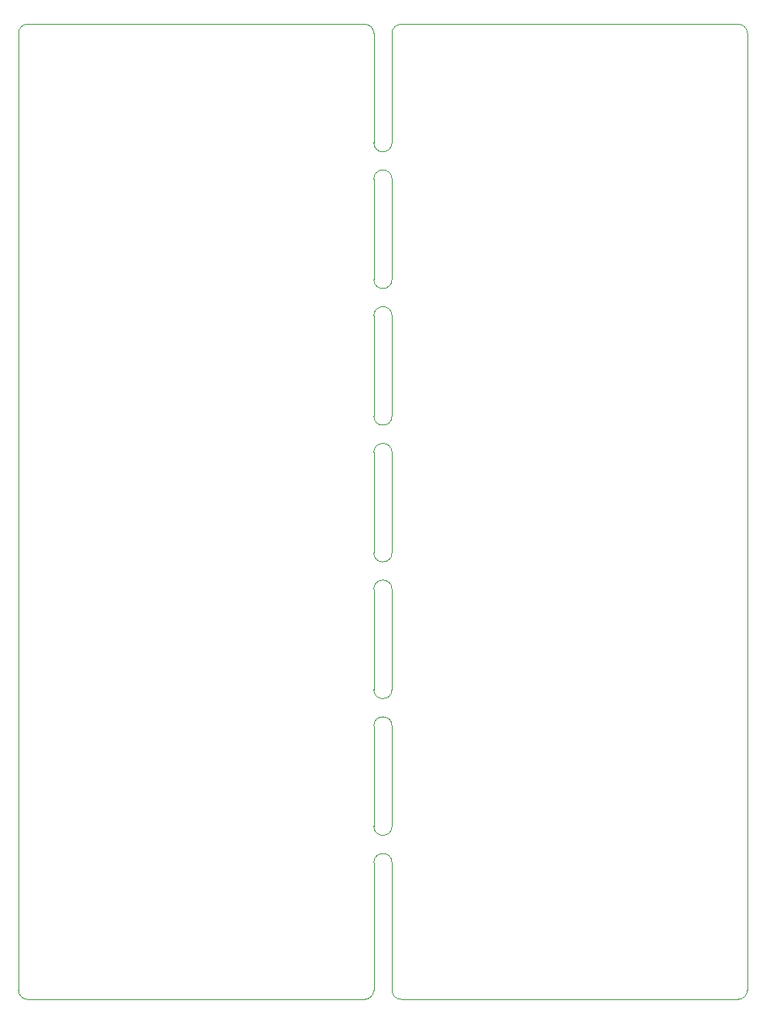
<source format=gm1>
%TF.GenerationSoftware,KiCad,Pcbnew,8.0.3*%
%TF.CreationDate,2024-07-07T15:42:06+01:00*%
%TF.ProjectId,555-adsr,3535352d-6164-4737-922e-6b696361645f,rev01*%
%TF.SameCoordinates,Original*%
%TF.FileFunction,Profile,NP*%
%FSLAX46Y46*%
G04 Gerber Fmt 4.6, Leading zero omitted, Abs format (unit mm)*
G04 Created by KiCad (PCBNEW 8.0.3) date 2024-07-07 15:42:06*
%MOMM*%
%LPD*%
G01*
G04 APERTURE LIST*
%TA.AperFunction,Profile*%
%ADD10C,0.050000*%
%TD*%
G04 APERTURE END LIST*
D10*
X106500000Y-123500000D02*
X106500000Y-112500000D01*
X106500000Y-51500000D02*
X106500000Y-63500000D01*
X65500000Y-51500000D02*
G75*
G02*
X66500000Y-50500000I1000000J0D01*
G01*
X145500000Y-156500000D02*
X145500000Y-51500000D01*
X106500000Y-142500000D02*
X106500000Y-156500000D01*
X103500000Y-50500000D02*
G75*
G02*
X104500000Y-51500000I0J-1000000D01*
G01*
X106500000Y-82500000D02*
X106500000Y-93500000D01*
X106500000Y-51500000D02*
G75*
G02*
X107500000Y-50500000I1000000J0D01*
G01*
X144500000Y-50500000D02*
X107500000Y-50500000D01*
X104500000Y-51500000D02*
X104500000Y-63500000D01*
X104500000Y-67500000D02*
X104500000Y-78500000D01*
X106500000Y-127500000D02*
X106500000Y-138500000D01*
X104500000Y-142500000D02*
X104500000Y-156500000D01*
X104500000Y-127500000D02*
X104500000Y-138500000D01*
X104500000Y-112500000D02*
X104500000Y-123500000D01*
X104500000Y-97500000D02*
X104500000Y-108500000D01*
X107500000Y-157500000D02*
X144500000Y-157500000D01*
X103500000Y-50500000D02*
X66500000Y-50500000D01*
X66500000Y-157500000D02*
X103500000Y-157500000D01*
X144500000Y-50500000D02*
G75*
G02*
X145500000Y-51500000I0J-1000000D01*
G01*
X104500000Y-156500000D02*
G75*
G02*
X103500000Y-157500000I-1000000J0D01*
G01*
X106500000Y-97500000D02*
X106500000Y-108500000D01*
X106500000Y-67500000D02*
X106500000Y-78500000D01*
X104500000Y-82500000D02*
X104500000Y-93500000D01*
X145500000Y-156500000D02*
G75*
G02*
X144500000Y-157500000I-1000000J0D01*
G01*
X66500000Y-157500000D02*
G75*
G02*
X65500000Y-156500000I0J1000000D01*
G01*
X107500000Y-157500000D02*
G75*
G02*
X106500000Y-156500000I0J1000000D01*
G01*
X65500000Y-51500000D02*
X65500000Y-156500000D01*
%TO.C,mouse-bite-2mm-slot*%
X104500000Y-142500000D02*
G75*
G02*
X106500000Y-142500000I1000000J0D01*
G01*
X106500000Y-138500000D02*
G75*
G02*
X104500000Y-138500000I-1000000J0D01*
G01*
X104500000Y-112500000D02*
G75*
G02*
X106500000Y-112500000I1000000J0D01*
G01*
X106500000Y-108500000D02*
G75*
G02*
X104500000Y-108500000I-1000000J0D01*
G01*
X104500000Y-97500000D02*
G75*
G02*
X106500000Y-97500000I1000000J0D01*
G01*
X106500000Y-93500000D02*
G75*
G02*
X104500000Y-93500000I-1000000J0D01*
G01*
X104500000Y-127500000D02*
G75*
G02*
X106500000Y-127500000I1000000J0D01*
G01*
X106500000Y-123500000D02*
G75*
G02*
X104500000Y-123500000I-1000000J0D01*
G01*
X104500000Y-82500000D02*
G75*
G02*
X106500000Y-82500000I1000000J0D01*
G01*
X106500000Y-78500000D02*
G75*
G02*
X104500000Y-78500000I-1000000J0D01*
G01*
X104500000Y-67500000D02*
G75*
G02*
X106500000Y-67500000I1000000J0D01*
G01*
X106500000Y-63500000D02*
G75*
G02*
X104500000Y-63500000I-1000000J0D01*
G01*
%TD*%
M02*

</source>
